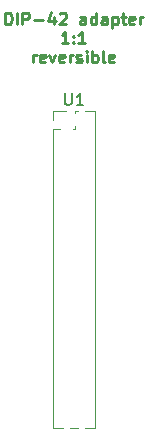
<source format=gbr>
%TF.GenerationSoftware,KiCad,Pcbnew,(6.0.7)*%
%TF.CreationDate,2022-08-07T18:45:19-07:00*%
%TF.ProjectId,DIP42-adapter,44495034-322d-4616-9461-707465722e6b,rev?*%
%TF.SameCoordinates,Original*%
%TF.FileFunction,Legend,Top*%
%TF.FilePolarity,Positive*%
%FSLAX46Y46*%
G04 Gerber Fmt 4.6, Leading zero omitted, Abs format (unit mm)*
G04 Created by KiCad (PCBNEW (6.0.7)) date 2022-08-07 18:45:19*
%MOMM*%
%LPD*%
G01*
G04 APERTURE LIST*
%ADD10C,0.250000*%
%ADD11C,0.150000*%
%ADD12C,0.120000*%
%ADD13R,1.000000X1.000000*%
%ADD14O,1.000000X1.000000*%
%ADD15R,1.700000X1.700000*%
%ADD16O,1.700000X1.700000*%
G04 APERTURE END LIST*
D10*
X138694285Y-60152380D02*
X138694285Y-59152380D01*
X138932380Y-59152380D01*
X139075238Y-59200000D01*
X139170476Y-59295238D01*
X139218095Y-59390476D01*
X139265714Y-59580952D01*
X139265714Y-59723809D01*
X139218095Y-59914285D01*
X139170476Y-60009523D01*
X139075238Y-60104761D01*
X138932380Y-60152380D01*
X138694285Y-60152380D01*
X139694285Y-60152380D02*
X139694285Y-59152380D01*
X140170476Y-60152380D02*
X140170476Y-59152380D01*
X140551428Y-59152380D01*
X140646666Y-59200000D01*
X140694285Y-59247619D01*
X140741904Y-59342857D01*
X140741904Y-59485714D01*
X140694285Y-59580952D01*
X140646666Y-59628571D01*
X140551428Y-59676190D01*
X140170476Y-59676190D01*
X141170476Y-59771428D02*
X141932380Y-59771428D01*
X142837142Y-59485714D02*
X142837142Y-60152380D01*
X142599047Y-59104761D02*
X142360952Y-59819047D01*
X142980000Y-59819047D01*
X143313333Y-59247619D02*
X143360952Y-59200000D01*
X143456190Y-59152380D01*
X143694285Y-59152380D01*
X143789523Y-59200000D01*
X143837142Y-59247619D01*
X143884761Y-59342857D01*
X143884761Y-59438095D01*
X143837142Y-59580952D01*
X143265714Y-60152380D01*
X143884761Y-60152380D01*
X145503809Y-60152380D02*
X145503809Y-59628571D01*
X145456190Y-59533333D01*
X145360952Y-59485714D01*
X145170476Y-59485714D01*
X145075238Y-59533333D01*
X145503809Y-60104761D02*
X145408571Y-60152380D01*
X145170476Y-60152380D01*
X145075238Y-60104761D01*
X145027619Y-60009523D01*
X145027619Y-59914285D01*
X145075238Y-59819047D01*
X145170476Y-59771428D01*
X145408571Y-59771428D01*
X145503809Y-59723809D01*
X146408571Y-60152380D02*
X146408571Y-59152380D01*
X146408571Y-60104761D02*
X146313333Y-60152380D01*
X146122857Y-60152380D01*
X146027619Y-60104761D01*
X145980000Y-60057142D01*
X145932380Y-59961904D01*
X145932380Y-59676190D01*
X145980000Y-59580952D01*
X146027619Y-59533333D01*
X146122857Y-59485714D01*
X146313333Y-59485714D01*
X146408571Y-59533333D01*
X147313333Y-60152380D02*
X147313333Y-59628571D01*
X147265714Y-59533333D01*
X147170476Y-59485714D01*
X146980000Y-59485714D01*
X146884761Y-59533333D01*
X147313333Y-60104761D02*
X147218095Y-60152380D01*
X146980000Y-60152380D01*
X146884761Y-60104761D01*
X146837142Y-60009523D01*
X146837142Y-59914285D01*
X146884761Y-59819047D01*
X146980000Y-59771428D01*
X147218095Y-59771428D01*
X147313333Y-59723809D01*
X147789523Y-59485714D02*
X147789523Y-60485714D01*
X147789523Y-59533333D02*
X147884761Y-59485714D01*
X148075238Y-59485714D01*
X148170476Y-59533333D01*
X148218095Y-59580952D01*
X148265714Y-59676190D01*
X148265714Y-59961904D01*
X148218095Y-60057142D01*
X148170476Y-60104761D01*
X148075238Y-60152380D01*
X147884761Y-60152380D01*
X147789523Y-60104761D01*
X148551428Y-59485714D02*
X148932380Y-59485714D01*
X148694285Y-59152380D02*
X148694285Y-60009523D01*
X148741904Y-60104761D01*
X148837142Y-60152380D01*
X148932380Y-60152380D01*
X149646666Y-60104761D02*
X149551428Y-60152380D01*
X149360952Y-60152380D01*
X149265714Y-60104761D01*
X149218095Y-60009523D01*
X149218095Y-59628571D01*
X149265714Y-59533333D01*
X149360952Y-59485714D01*
X149551428Y-59485714D01*
X149646666Y-59533333D01*
X149694285Y-59628571D01*
X149694285Y-59723809D01*
X149218095Y-59819047D01*
X150122857Y-60152380D02*
X150122857Y-59485714D01*
X150122857Y-59676190D02*
X150170476Y-59580952D01*
X150218095Y-59533333D01*
X150313333Y-59485714D01*
X150408571Y-59485714D01*
X144051428Y-61762380D02*
X143480000Y-61762380D01*
X143765714Y-61762380D02*
X143765714Y-60762380D01*
X143670476Y-60905238D01*
X143575238Y-61000476D01*
X143480000Y-61048095D01*
X144480000Y-61667142D02*
X144527619Y-61714761D01*
X144480000Y-61762380D01*
X144432380Y-61714761D01*
X144480000Y-61667142D01*
X144480000Y-61762380D01*
X144480000Y-61143333D02*
X144527619Y-61190952D01*
X144480000Y-61238571D01*
X144432380Y-61190952D01*
X144480000Y-61143333D01*
X144480000Y-61238571D01*
X145480000Y-61762380D02*
X144908571Y-61762380D01*
X145194285Y-61762380D02*
X145194285Y-60762380D01*
X145099047Y-60905238D01*
X145003809Y-61000476D01*
X144908571Y-61048095D01*
X141075238Y-63372380D02*
X141075238Y-62705714D01*
X141075238Y-62896190D02*
X141122857Y-62800952D01*
X141170476Y-62753333D01*
X141265714Y-62705714D01*
X141360952Y-62705714D01*
X142075238Y-63324761D02*
X141980000Y-63372380D01*
X141789523Y-63372380D01*
X141694285Y-63324761D01*
X141646666Y-63229523D01*
X141646666Y-62848571D01*
X141694285Y-62753333D01*
X141789523Y-62705714D01*
X141980000Y-62705714D01*
X142075238Y-62753333D01*
X142122857Y-62848571D01*
X142122857Y-62943809D01*
X141646666Y-63039047D01*
X142456190Y-62705714D02*
X142694285Y-63372380D01*
X142932380Y-62705714D01*
X143694285Y-63324761D02*
X143599047Y-63372380D01*
X143408571Y-63372380D01*
X143313333Y-63324761D01*
X143265714Y-63229523D01*
X143265714Y-62848571D01*
X143313333Y-62753333D01*
X143408571Y-62705714D01*
X143599047Y-62705714D01*
X143694285Y-62753333D01*
X143741904Y-62848571D01*
X143741904Y-62943809D01*
X143265714Y-63039047D01*
X144170476Y-63372380D02*
X144170476Y-62705714D01*
X144170476Y-62896190D02*
X144218095Y-62800952D01*
X144265714Y-62753333D01*
X144360952Y-62705714D01*
X144456190Y-62705714D01*
X144741904Y-63324761D02*
X144837142Y-63372380D01*
X145027619Y-63372380D01*
X145122857Y-63324761D01*
X145170476Y-63229523D01*
X145170476Y-63181904D01*
X145122857Y-63086666D01*
X145027619Y-63039047D01*
X144884761Y-63039047D01*
X144789523Y-62991428D01*
X144741904Y-62896190D01*
X144741904Y-62848571D01*
X144789523Y-62753333D01*
X144884761Y-62705714D01*
X145027619Y-62705714D01*
X145122857Y-62753333D01*
X145599047Y-63372380D02*
X145599047Y-62705714D01*
X145599047Y-62372380D02*
X145551428Y-62420000D01*
X145599047Y-62467619D01*
X145646666Y-62420000D01*
X145599047Y-62372380D01*
X145599047Y-62467619D01*
X146075238Y-63372380D02*
X146075238Y-62372380D01*
X146075238Y-62753333D02*
X146170476Y-62705714D01*
X146360952Y-62705714D01*
X146456190Y-62753333D01*
X146503809Y-62800952D01*
X146551428Y-62896190D01*
X146551428Y-63181904D01*
X146503809Y-63277142D01*
X146456190Y-63324761D01*
X146360952Y-63372380D01*
X146170476Y-63372380D01*
X146075238Y-63324761D01*
X147122857Y-63372380D02*
X147027619Y-63324761D01*
X146980000Y-63229523D01*
X146980000Y-62372380D01*
X147884761Y-63324761D02*
X147789523Y-63372380D01*
X147599047Y-63372380D01*
X147503809Y-63324761D01*
X147456190Y-63229523D01*
X147456190Y-62848571D01*
X147503809Y-62753333D01*
X147599047Y-62705714D01*
X147789523Y-62705714D01*
X147884761Y-62753333D01*
X147932380Y-62848571D01*
X147932380Y-62943809D01*
X147456190Y-63039047D01*
D11*
%TO.C,U1*%
X143763095Y-65967380D02*
X143763095Y-66776904D01*
X143810714Y-66872142D01*
X143858333Y-66919761D01*
X143953571Y-66967380D01*
X144144047Y-66967380D01*
X144239285Y-66919761D01*
X144286904Y-66872142D01*
X144334523Y-66776904D01*
X144334523Y-65967380D01*
X145334523Y-66967380D02*
X144763095Y-66967380D01*
X145048809Y-66967380D02*
X145048809Y-65967380D01*
X144953571Y-66110238D01*
X144858333Y-66205476D01*
X144763095Y-66253095D01*
D12*
X144650000Y-67515000D02*
X144852470Y-67515000D01*
X144197530Y-94305000D02*
X144852470Y-94305000D01*
X142760000Y-68210000D02*
X142760000Y-67450000D01*
X142760000Y-94305000D02*
X143582470Y-94305000D01*
X144650000Y-67646529D02*
X144650000Y-67515000D01*
X145467530Y-94305000D02*
X146290000Y-94305000D01*
X142760000Y-68970000D02*
X143326529Y-68970000D01*
X146290000Y-67515000D02*
X146290000Y-94305000D01*
X144650000Y-68916529D02*
X144650000Y-68773471D01*
X142760000Y-67450000D02*
X143890000Y-67450000D01*
X144453471Y-68970000D02*
X144596529Y-68970000D01*
X145467530Y-67515000D02*
X146290000Y-67515000D01*
X142760000Y-68970000D02*
X142760000Y-94305000D01*
%TD*%
%LPC*%
D13*
%TO.C,U1*%
X143890000Y-68210000D03*
D14*
X143890000Y-69480000D03*
X143890000Y-70750000D03*
X143890000Y-72020000D03*
X143890000Y-73290000D03*
X143890000Y-74560000D03*
X143890000Y-75830000D03*
X143890000Y-77100000D03*
X143890000Y-78370000D03*
X143890000Y-79640000D03*
X143890000Y-80910000D03*
X143890000Y-82180000D03*
X143890000Y-83450000D03*
X143890000Y-84720000D03*
X143890000Y-85990000D03*
X143890000Y-87260000D03*
X143890000Y-88530000D03*
X143890000Y-89800000D03*
X143890000Y-91070000D03*
X143890000Y-92340000D03*
X143890000Y-93610000D03*
X145160000Y-93610000D03*
X145160000Y-92340000D03*
X145160000Y-91070000D03*
X145160000Y-89800000D03*
X145160000Y-88530000D03*
X145160000Y-87260000D03*
X145160000Y-85990000D03*
X145160000Y-84720000D03*
X145160000Y-83450000D03*
X145160000Y-82180000D03*
X145160000Y-80910000D03*
X145160000Y-79640000D03*
X145160000Y-78370000D03*
X145160000Y-77100000D03*
X145160000Y-75830000D03*
X145160000Y-74560000D03*
X145160000Y-73290000D03*
X145160000Y-72020000D03*
X145160000Y-70750000D03*
X145160000Y-69480000D03*
X145160000Y-68210000D03*
%TD*%
D15*
%TO.C,U2*%
X136842000Y-55508000D03*
D16*
X136842000Y-58048000D03*
X136842000Y-60588000D03*
X136842000Y-63128000D03*
X136842000Y-65668000D03*
X136842000Y-68208000D03*
X136842000Y-70748000D03*
X136842000Y-73288000D03*
X136842000Y-75828000D03*
X136842000Y-78368000D03*
X136842000Y-80908000D03*
X136842000Y-83448000D03*
X136842000Y-85988000D03*
X136842000Y-88528000D03*
X136842000Y-91068000D03*
X136842000Y-93608000D03*
X136842000Y-96148000D03*
X136842000Y-98688000D03*
X136842000Y-101228000D03*
X136842000Y-103768000D03*
X136842000Y-106308000D03*
X152082000Y-106308000D03*
X152082000Y-103768000D03*
X152082000Y-101228000D03*
X152082000Y-98688000D03*
X152082000Y-96148000D03*
X152082000Y-93608000D03*
X152082000Y-91068000D03*
X152082000Y-88528000D03*
X152082000Y-85988000D03*
X152082000Y-83448000D03*
X152082000Y-80908000D03*
X152082000Y-78368000D03*
X152082000Y-75828000D03*
X152082000Y-73288000D03*
X152082000Y-70748000D03*
X152082000Y-68208000D03*
X152082000Y-65668000D03*
X152082000Y-63128000D03*
X152082000Y-60588000D03*
X152082000Y-58048000D03*
X152082000Y-55508000D03*
%TD*%
M02*

</source>
